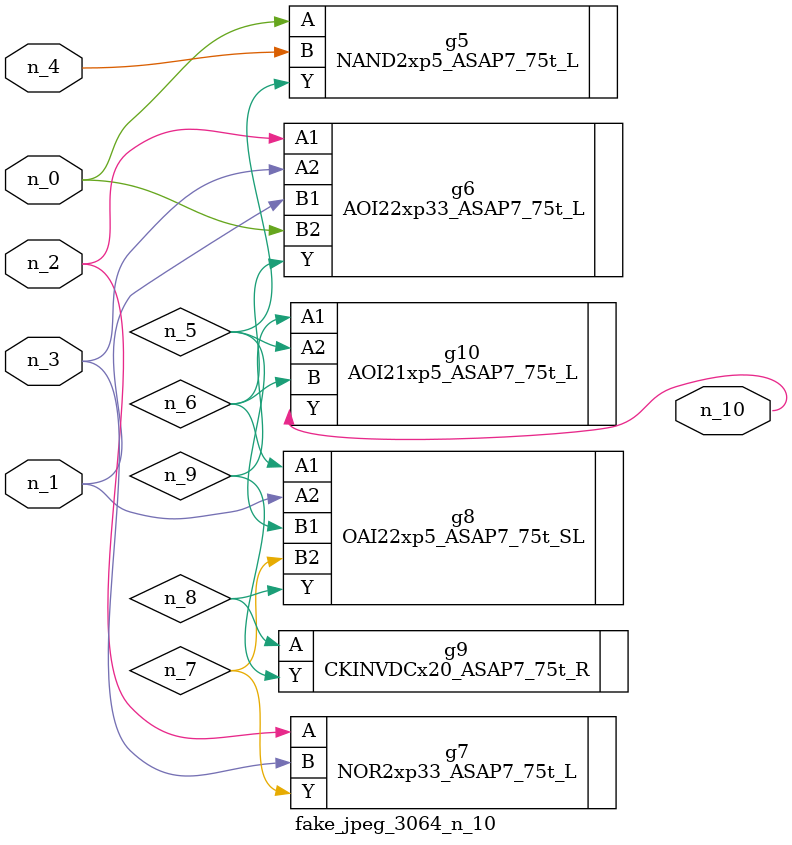
<source format=v>
module fake_jpeg_3064_n_10 (n_3, n_2, n_1, n_0, n_4, n_10);

input n_3;
input n_2;
input n_1;
input n_0;
input n_4;

output n_10;

wire n_8;
wire n_9;
wire n_6;
wire n_5;
wire n_7;

NAND2xp5_ASAP7_75t_L g5 ( 
.A(n_0),
.B(n_4),
.Y(n_5)
);

AOI22xp33_ASAP7_75t_L g6 ( 
.A1(n_2),
.A2(n_3),
.B1(n_1),
.B2(n_0),
.Y(n_6)
);

NOR2xp33_ASAP7_75t_L g7 ( 
.A(n_2),
.B(n_3),
.Y(n_7)
);

OAI22xp5_ASAP7_75t_SL g8 ( 
.A1(n_6),
.A2(n_1),
.B1(n_5),
.B2(n_7),
.Y(n_8)
);

CKINVDCx20_ASAP7_75t_R g9 ( 
.A(n_8),
.Y(n_9)
);

AOI21xp5_ASAP7_75t_L g10 ( 
.A1(n_9),
.A2(n_5),
.B(n_6),
.Y(n_10)
);


endmodule
</source>
